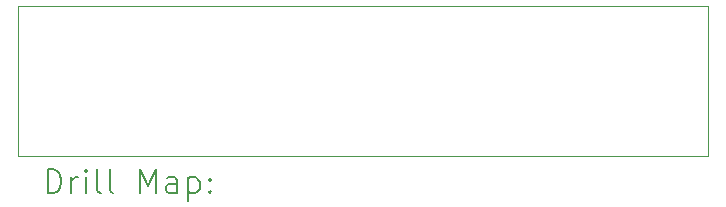
<source format=gbr>
%FSLAX45Y45*%
G04 Gerber Fmt 4.5, Leading zero omitted, Abs format (unit mm)*
G04 Created by KiCad (PCBNEW (6.0.6)) date 2022-08-07 08:45:39*
%MOMM*%
%LPD*%
G01*
G04 APERTURE LIST*
%TA.AperFunction,Profile*%
%ADD10C,0.100000*%
%TD*%
%ADD11C,0.200000*%
G04 APERTURE END LIST*
D10*
X2032000Y-2286000D02*
X7874000Y-2286000D01*
X7874000Y-2286000D02*
X7874000Y-3556000D01*
X7874000Y-3556000D02*
X2032000Y-3556000D01*
X2032000Y-3556000D02*
X2032000Y-2286000D01*
D11*
X2284619Y-3871476D02*
X2284619Y-3671476D01*
X2332238Y-3671476D01*
X2360810Y-3681000D01*
X2379857Y-3700048D01*
X2389381Y-3719095D01*
X2398905Y-3757190D01*
X2398905Y-3785762D01*
X2389381Y-3823857D01*
X2379857Y-3842905D01*
X2360810Y-3861952D01*
X2332238Y-3871476D01*
X2284619Y-3871476D01*
X2484619Y-3871476D02*
X2484619Y-3738143D01*
X2484619Y-3776238D02*
X2494143Y-3757190D01*
X2503667Y-3747667D01*
X2522714Y-3738143D01*
X2541762Y-3738143D01*
X2608429Y-3871476D02*
X2608429Y-3738143D01*
X2608429Y-3671476D02*
X2598905Y-3681000D01*
X2608429Y-3690524D01*
X2617952Y-3681000D01*
X2608429Y-3671476D01*
X2608429Y-3690524D01*
X2732238Y-3871476D02*
X2713190Y-3861952D01*
X2703667Y-3842905D01*
X2703667Y-3671476D01*
X2837000Y-3871476D02*
X2817952Y-3861952D01*
X2808428Y-3842905D01*
X2808428Y-3671476D01*
X3065571Y-3871476D02*
X3065571Y-3671476D01*
X3132238Y-3814333D01*
X3198905Y-3671476D01*
X3198905Y-3871476D01*
X3379857Y-3871476D02*
X3379857Y-3766714D01*
X3370333Y-3747667D01*
X3351286Y-3738143D01*
X3313190Y-3738143D01*
X3294143Y-3747667D01*
X3379857Y-3861952D02*
X3360809Y-3871476D01*
X3313190Y-3871476D01*
X3294143Y-3861952D01*
X3284619Y-3842905D01*
X3284619Y-3823857D01*
X3294143Y-3804809D01*
X3313190Y-3795286D01*
X3360809Y-3795286D01*
X3379857Y-3785762D01*
X3475095Y-3738143D02*
X3475095Y-3938143D01*
X3475095Y-3747667D02*
X3494143Y-3738143D01*
X3532238Y-3738143D01*
X3551286Y-3747667D01*
X3560809Y-3757190D01*
X3570333Y-3776238D01*
X3570333Y-3833381D01*
X3560809Y-3852428D01*
X3551286Y-3861952D01*
X3532238Y-3871476D01*
X3494143Y-3871476D01*
X3475095Y-3861952D01*
X3656048Y-3852428D02*
X3665571Y-3861952D01*
X3656048Y-3871476D01*
X3646524Y-3861952D01*
X3656048Y-3852428D01*
X3656048Y-3871476D01*
X3656048Y-3747667D02*
X3665571Y-3757190D01*
X3656048Y-3766714D01*
X3646524Y-3757190D01*
X3656048Y-3747667D01*
X3656048Y-3766714D01*
M02*

</source>
